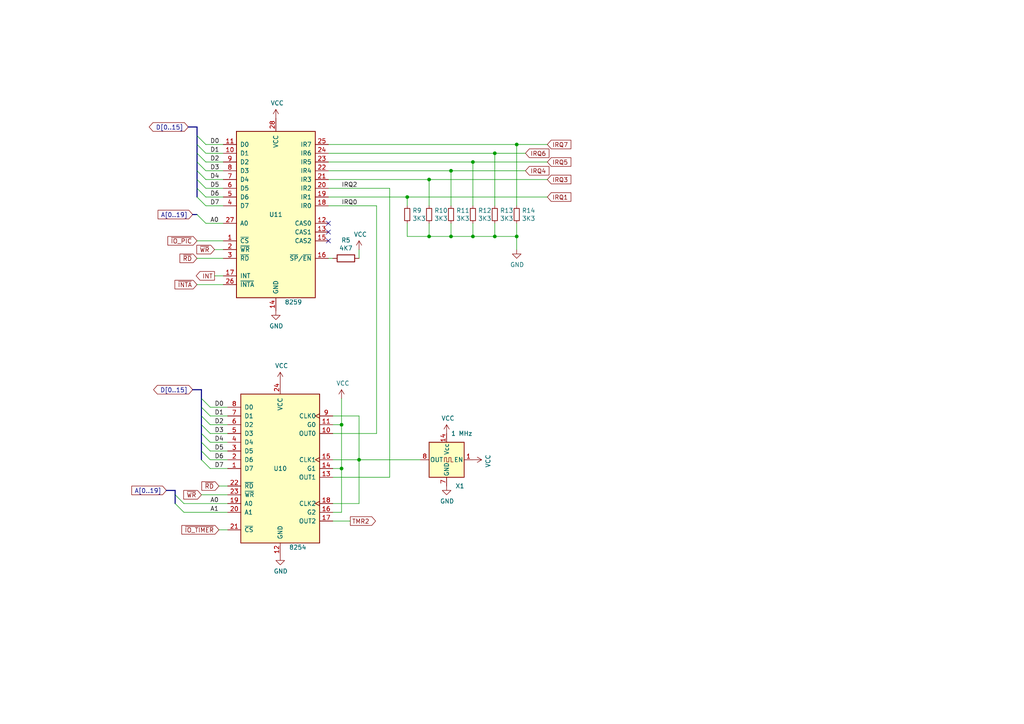
<source format=kicad_sch>
(kicad_sch (version 20230121) (generator eeschema)
  (paper "A4")
  (title_block (title "Mini8086 main system board") (rev "1.1"))
  (lib_symbols
    (symbol "Device:R" (pin_numbers hide) (pin_names (offset 0))
      (property "Reference" "R" (at 2.032 0 90))
      (property "Value" "R" (at 0 0 90))
      (symbol "R_0_1"
        (rectangle (start -1.016 -2.54) (end 1.016 2.54) (stroke (width 0.254)))
      )
      (symbol "R_1_1"
        (pin passive line (at 0 3.81 270) (length 1.27) (name "~") (number "1"))
        (pin passive line (at 0 -3.81 90) (length 1.27) (name "~") (number "2"))
      )
    )
    (symbol "Device:R_Small" (pin_numbers hide) (pin_names (offset 0.254) hide)
      (property "Reference" "R" (at 0.762 0.508 0))
      (property "Value" "R_Small" (at 0.762 -1.016 0))
      (symbol "R_Small_0_1"
        (rectangle (start -0.762 1.778) (end 0.762 -1.778) (stroke (width 0.2032)))
      )
      (symbol "R_Small_1_1"
        (pin passive line (at 0 2.54 270) (length 0.762) (name "~") (number "1"))
        (pin passive line (at 0 -2.54 90) (length 0.762) (name "~") (number "2"))
      )
    )
    (symbol "Interface:8259" (pin_names (offset 1.016))
      (property "Reference" "U" (at -10.16 25.4 0))
      (property "Value" "8259" (at 8.89 25.4 0))
      (symbol "8259_0_1"
        (rectangle (start -11.43 24.13) (end 11.43 -24.13) (stroke (width 0.254)) (fill (type background)))
      )
      (symbol "8259_1_1"
        (pin input line (at -15.24 -7.62 0) (length 3.81) (name "~{CS}") (number "1"))
        (pin bidirectional line (at -15.24 17.78 0) (length 3.81) (name "D1") (number "10"))
        (pin bidirectional line (at -15.24 20.32 0) (length 3.81) (name "D0") (number "11"))
        (pin input line (at 15.24 -2.54 180) (length 3.81) (name "CAS0") (number "12"))
        (pin output line (at 15.24 -5.08 180) (length 3.81) (name "CAS1") (number "13"))
        (pin power_in line (at 0 -27.94 90) (length 3.81) (name "GND") (number "14"))
        (pin output line (at 15.24 -7.62 180) (length 3.81) (name "CAS2") (number "15"))
        (pin bidirectional line (at 15.24 -12.7 180) (length 3.81) (name "~{SP}/~{EN}") (number "16"))
        (pin output line (at -15.24 -17.78 0) (length 3.81) (name "INT") (number "17"))
        (pin input line (at 15.24 2.54 180) (length 3.81) (name "IR0") (number "18"))
        (pin input line (at 15.24 5.08 180) (length 3.81) (name "IR1") (number "19"))
        (pin input line (at -15.24 -10.16 0) (length 3.81) (name "~{WR}") (number "2"))
        (pin input line (at 15.24 7.62 180) (length 3.81) (name "IR2") (number "20"))
        (pin input line (at 15.24 10.16 180) (length 3.81) (name "IR3") (number "21"))
        (pin input line (at 15.24 12.7 180) (length 3.81) (name "IR4") (number "22"))
        (pin input line (at 15.24 15.24 180) (length 3.81) (name "IR5") (number "23"))
        (pin input line (at 15.24 17.78 180) (length 3.81) (name "IR6") (number "24"))
        (pin input line (at 15.24 20.32 180) (length 3.81) (name "IR7") (number "25"))
        (pin input line (at -15.24 -20.32 0) (length 3.81) (name "~{INTA}") (number "26"))
        (pin input line (at -15.24 -2.54 0) (length 3.81) (name "A0") (number "27"))
        (pin power_in line (at 0 27.94 270) (length 3.81) (name "VCC") (number "28"))
        (pin input line (at -15.24 -12.7 0) (length 3.81) (name "~{RD}") (number "3"))
        (pin bidirectional line (at -15.24 2.54 0) (length 3.81) (name "D7") (number "4"))
        (pin bidirectional line (at -15.24 5.08 0) (length 3.81) (name "D6") (number "5"))
        (pin bidirectional line (at -15.24 7.62 0) (length 3.81) (name "D5") (number "6"))
        (pin bidirectional line (at -15.24 10.16 0) (length 3.81) (name "D4") (number "7"))
        (pin bidirectional line (at -15.24 12.7 0) (length 3.81) (name "D3") (number "8"))
        (pin bidirectional line (at -15.24 15.24 0) (length 3.81) (name "D2") (number "9"))
      )
    )
    (symbol "Oscillator:CXO_DIP14" (pin_names (offset 0.254))
      (property "Reference" "X" (at -5.08 6.35 0))
      (property "Value" "CXO_DIP14" (at 1.27 -6.35 0))
      (symbol "CXO_DIP14_0_1"
        (rectangle (start -5.08 5.08) (end 5.08 -5.08) (stroke (width 0.254)) (fill (type background)))
        (polyline (pts (xy -1.905 -0.635) (xy -1.27 -0.635) (xy -1.27 0.635) (xy -0.635 0.635) (xy -0.635 -0.635) (xy 0 -0.635) (xy 0 0.635) (xy 0.635 0.635) (xy 0.635 -0.635)))
      )
      (symbol "CXO_DIP14_1_1"
        (pin input line (at -7.62 0 0) (length 2.54) (name "EN") (number "1"))
        (pin power_in line (at 0 7.62 270) (length 2.54) (name "Vcc") (number "14"))
        (pin power_in line (at 0 -7.62 90) (length 2.54) (name "GND") (number "7"))
        (pin output line (at 7.62 0 180) (length 2.54) (name "OUT") (number "8"))
      )
    )
    (symbol "main-rescue:8254-Timer" (pin_names (offset 1.016))
      (property "Reference" "U" (at -11.43 22.86 0))
      (property "Value" "Timer_8254" (at 2.54 22.86 0))
      (symbol "8254-Timer_0_1"
        (rectangle (start -11.43 -21.59) (end 11.43 21.59) (stroke (width 0.254)) (fill (type background)))
      )
      (symbol "8254-Timer_1_1"
        (pin bidirectional line (at -15.24 0 0) (length 3.81) (name "D7") (number "1"))
        (pin output line (at 15.24 10.16 180) (length 3.81) (name "OUT0") (number "10"))
        (pin input line (at 15.24 12.7 180) (length 3.81) (name "G0") (number "11"))
        (pin power_in line (at 0 -25.4 90) (length 3.81) (name "GND") (number "12"))
        (pin output line (at 15.24 -2.54 180) (length 3.81) (name "OUT1") (number "13"))
        (pin input line (at 15.24 0 180) (length 3.81) (name "G1") (number "14"))
        (pin input clock (at 15.24 2.54 180) (length 3.81) (name "CLK1") (number "15"))
        (pin input line (at 15.24 -12.7 180) (length 3.81) (name "G2") (number "16"))
        (pin output line (at 15.24 -15.24 180) (length 3.81) (name "OUT2") (number "17"))
        (pin input clock (at 15.24 -10.16 180) (length 3.81) (name "CLK2") (number "18"))
        (pin input line (at -15.24 -10.16 0) (length 3.81) (name "A0") (number "19"))
        (pin bidirectional line (at -15.24 2.54 0) (length 3.81) (name "D6") (number "2"))
        (pin input line (at -15.24 -12.7 0) (length 3.81) (name "A1") (number "20"))
        (pin input line (at -15.24 -17.78 0) (length 3.81) (name "~{CS}") (number "21"))
        (pin input line (at -15.24 -5.08 0) (length 3.81) (name "~{RD}") (number "22"))
        (pin input line (at -15.24 -7.62 0) (length 3.81) (name "~{WR}") (number "23"))
        (pin power_in line (at 0 25.4 270) (length 3.81) (name "VCC") (number "24"))
        (pin bidirectional line (at -15.24 5.08 0) (length 3.81) (name "D5") (number "3"))
        (pin bidirectional line (at -15.24 7.62 0) (length 3.81) (name "D4") (number "4"))
        (pin bidirectional line (at -15.24 10.16 0) (length 3.81) (name "D3") (number "5"))
        (pin bidirectional line (at -15.24 12.7 0) (length 3.81) (name "D2") (number "6"))
        (pin bidirectional line (at -15.24 15.24 0) (length 3.81) (name "D1") (number "7"))
        (pin bidirectional line (at -15.24 17.78 0) (length 3.81) (name "D0") (number "8"))
        (pin input clock (at 15.24 15.24 180) (length 3.81) (name "CLK0") (number "9"))
      )
    )
    (symbol "power:GND" (power) (pin_names (offset 0))
      (property "Value" "GND" (at 0 -3.81 0))
      (symbol "GND_0_1"
        (polyline (pts (xy 0 0) (xy 0 -1.27) (xy 1.27 -1.27) (xy 0 -2.54) (xy -1.27 -1.27) (xy 0 -1.27)))
      )
      (symbol "GND_1_1"
        (pin power_in line (at 0 0 270) (length 0) hide (name "GND") (number "1"))
      )
    )
    (symbol "power:VCC" (power) (pin_names (offset 0))
      (property "Value" "VCC" (at 0 3.81 0))
      (symbol "VCC_0_1"
        (polyline (pts (xy -0.762 1.27) (xy 0 2.54)))
        (polyline (pts (xy 0 0) (xy 0 2.54)))
        (polyline (pts (xy 0 2.54) (xy 0.762 1.27)))
      )
      (symbol "VCC_1_1"
        (pin power_in line (at 0 0 90) (length 0) hide (name "VCC") (number "1"))
      )
    )
  )
  (junction (at 143.51 68.58))
  (junction (at 99.06 135.89))
  (junction (at 130.81 68.58))
  (junction (at 149.86 41.91))
  (junction (at 118.11 57.15))
  (junction (at 137.16 46.99))
  (junction (at 149.86 68.58))
  (junction (at 130.81 49.53))
  (junction (at 143.51 44.45))
  (junction (at 124.46 68.58))
  (junction (at 99.06 123.19))
  (junction (at 124.46 52.07))
  (junction (at 104.14 133.35))
  (junction (at 137.16 68.58))
  (no_connect (at 95.25 67.31))
  (no_connect (at 95.25 69.85))
  (no_connect (at 95.25 64.77))
  (bus_entry (at 53.34 148.59) (size -2.54 -2.54))
  (bus_entry (at 60.96 130.81) (size -2.54 -2.54))
  (bus_entry (at 60.96 120.65) (size -2.54 -2.54))
  (bus_entry (at 59.69 46.99) (size -2.54 -2.54))
  (bus_entry (at 53.34 146.05) (size -2.54 -2.54))
  (bus_entry (at 59.69 41.91) (size -2.54 -2.54))
  (bus_entry (at 59.69 52.07) (size -2.54 -2.54))
  (bus_entry (at 59.69 44.45) (size -2.54 -2.54))
  (bus_entry (at 59.69 59.69) (size -2.54 -2.54))
  (bus_entry (at 60.96 133.35) (size -2.54 -2.54))
  (bus_entry (at 60.96 128.27) (size -2.54 -2.54))
  (bus_entry (at 60.96 125.73) (size -2.54 -2.54))
  (bus_entry (at 59.69 57.15) (size -2.54 -2.54))
  (bus_entry (at 59.69 54.61) (size -2.54 -2.54))
  (bus_entry (at 60.96 123.19) (size -2.54 -2.54))
  (bus_entry (at 59.69 49.53) (size -2.54 -2.54))
  (bus_entry (at 60.96 135.89) (size -2.54 -2.54))
  (bus_entry (at 60.96 118.11) (size -2.54 -2.54))
  (bus_entry (at 59.69 64.77) (size -2.54 -2.54))
  (wire (pts (xy 137.16 59.69) (xy 137.16 46.99)))
  (wire (pts (xy 59.69 57.15) (xy 64.77 57.15)))
  (wire (pts (xy 104.14 133.35) (xy 104.14 146.05)))
  (wire (pts (xy 158.75 52.07) (xy 124.46 52.07)))
  (wire (pts (xy 96.52 123.19) (xy 99.06 123.19)))
  (bus (pts (xy 58.42 120.65) (xy 58.42 123.19)))
  (bus (pts (xy 58.42 118.11) (xy 58.42 120.65)))
  (wire (pts (xy 60.96 135.89) (xy 66.04 135.89)))
  (bus (pts (xy 58.42 130.81) (xy 58.42 133.35)))
  (bus (pts (xy 57.15 36.83) (xy 57.15 39.37)))
  (bus (pts (xy 57.15 39.37) (xy 57.15 41.91)))
  (bus (pts (xy 50.8 142.24) (xy 50.8 143.51)))
  (bus (pts (xy 50.8 142.24) (xy 48.26 142.24)))
  (wire (pts (xy 130.81 59.69) (xy 130.81 49.53)))
  (wire (pts (xy 113.03 54.61) (xy 113.03 138.43)))
  (wire (pts (xy 58.42 143.51) (xy 66.04 143.51)))
  (wire (pts (xy 63.5 140.97) (xy 66.04 140.97)))
  (wire (pts (xy 60.96 120.65) (xy 66.04 120.65)))
  (wire (pts (xy 118.11 59.69) (xy 118.11 57.15)))
  (wire (pts (xy 143.51 59.69) (xy 143.51 44.45)))
  (wire (pts (xy 60.96 125.73) (xy 66.04 125.73)))
  (wire (pts (xy 113.03 138.43) (xy 96.52 138.43)))
  (wire (pts (xy 121.92 133.35) (xy 104.14 133.35)))
  (wire (pts (xy 143.51 44.45) (xy 95.25 44.45)))
  (wire (pts (xy 53.34 148.59) (xy 66.04 148.59)))
  (bus (pts (xy 57.15 62.23) (xy 55.88 62.23)))
  (wire (pts (xy 96.52 151.13) (xy 101.6 151.13)))
  (wire (pts (xy 64.77 64.77) (xy 59.69 64.77)))
  (wire (pts (xy 130.81 68.58) (xy 137.16 68.58)))
  (wire (pts (xy 149.86 72.39) (xy 149.86 68.58)))
  (bus (pts (xy 57.15 54.61) (xy 57.15 57.15)))
  (wire (pts (xy 137.16 46.99) (xy 95.25 46.99)))
  (wire (pts (xy 149.86 59.69) (xy 149.86 41.91)))
  (wire (pts (xy 99.06 135.89) (xy 99.06 123.19)))
  (wire (pts (xy 104.14 74.93) (xy 104.14 72.39)))
  (wire (pts (xy 96.52 148.59) (xy 99.06 148.59)))
  (wire (pts (xy 96.52 135.89) (xy 99.06 135.89)))
  (wire (pts (xy 57.15 82.55) (xy 64.77 82.55)))
  (wire (pts (xy 124.46 59.69) (xy 124.46 52.07)))
  (bus (pts (xy 58.42 125.73) (xy 58.42 128.27)))
  (bus (pts (xy 57.15 41.91) (xy 57.15 44.45)))
  (bus (pts (xy 58.42 123.19) (xy 58.42 125.73)))
  (wire (pts (xy 149.86 41.91) (xy 95.25 41.91)))
  (wire (pts (xy 59.69 52.07) (xy 64.77 52.07)))
  (wire (pts (xy 149.86 68.58) (xy 149.86 64.77)))
  (wire (pts (xy 158.75 46.99) (xy 137.16 46.99)))
  (wire (pts (xy 59.69 44.45) (xy 64.77 44.45)))
  (wire (pts (xy 143.51 68.58) (xy 143.51 64.77)))
  (wire (pts (xy 158.75 41.91) (xy 149.86 41.91)))
  (wire (pts (xy 53.34 146.05) (xy 66.04 146.05)))
  (wire (pts (xy 104.14 146.05) (xy 96.52 146.05)))
  (wire (pts (xy 130.81 49.53) (xy 152.4 49.53)))
  (wire (pts (xy 96.52 125.73) (xy 109.22 125.73)))
  (wire (pts (xy 96.52 120.65) (xy 104.14 120.65)))
  (wire (pts (xy 59.69 49.53) (xy 64.77 49.53)))
  (bus (pts (xy 57.15 46.99) (xy 57.15 49.53)))
  (wire (pts (xy 60.96 118.11) (xy 66.04 118.11)))
  (wire (pts (xy 99.06 123.19) (xy 99.06 115.57)))
  (wire (pts (xy 57.15 69.85) (xy 64.77 69.85)))
  (bus (pts (xy 57.15 44.45) (xy 57.15 46.99)))
  (wire (pts (xy 59.69 59.69) (xy 64.77 59.69)))
  (wire (pts (xy 60.96 133.35) (xy 66.04 133.35)))
  (bus (pts (xy 58.42 113.03) (xy 58.42 115.57)))
  (wire (pts (xy 137.16 68.58) (xy 137.16 64.77)))
  (wire (pts (xy 118.11 57.15) (xy 158.75 57.15)))
  (wire (pts (xy 63.5 153.67) (xy 66.04 153.67)))
  (wire (pts (xy 59.69 41.91) (xy 64.77 41.91)))
  (wire (pts (xy 137.16 68.58) (xy 143.51 68.58)))
  (wire (pts (xy 99.06 148.59) (xy 99.06 135.89)))
  (wire (pts (xy 57.15 74.93) (xy 64.77 74.93)))
  (wire (pts (xy 95.25 59.69) (xy 109.22 59.69)))
  (bus (pts (xy 50.8 143.51) (xy 50.8 146.05)))
  (wire (pts (xy 143.51 68.58) (xy 149.86 68.58)))
  (wire (pts (xy 124.46 52.07) (xy 95.25 52.07)))
  (bus (pts (xy 58.42 128.27) (xy 58.42 130.81)))
  (wire (pts (xy 60.96 128.27) (xy 66.04 128.27)))
  (wire (pts (xy 60.96 130.81) (xy 66.04 130.81)))
  (wire (pts (xy 62.23 72.39) (xy 64.77 72.39)))
  (wire (pts (xy 124.46 68.58) (xy 124.46 64.77)))
  (bus (pts (xy 57.15 36.83) (xy 54.61 36.83)))
  (wire (pts (xy 118.11 68.58) (xy 124.46 68.58)))
  (wire (pts (xy 152.4 44.45) (xy 143.51 44.45)))
  (wire (pts (xy 95.25 57.15) (xy 118.11 57.15)))
  (wire (pts (xy 104.14 120.65) (xy 104.14 133.35)))
  (wire (pts (xy 96.52 133.35) (xy 104.14 133.35)))
  (wire (pts (xy 118.11 64.77) (xy 118.11 68.58)))
  (bus (pts (xy 58.42 113.03) (xy 55.88 113.03)))
  (wire (pts (xy 59.69 54.61) (xy 64.77 54.61)))
  (wire (pts (xy 95.25 54.61) (xy 113.03 54.61)))
  (wire (pts (xy 124.46 68.58) (xy 130.81 68.58)))
  (bus (pts (xy 57.15 52.07) (xy 57.15 54.61)))
  (wire (pts (xy 130.81 68.58) (xy 130.81 64.77)))
  (bus (pts (xy 57.15 49.53) (xy 57.15 52.07)))
  (bus (pts (xy 58.42 115.57) (xy 58.42 118.11)))
  (wire (pts (xy 60.96 123.19) (xy 66.04 123.19)))
  (wire (pts (xy 109.22 59.69) (xy 109.22 125.73)))
  (wire (pts (xy 62.23 80.01) (xy 64.77 80.01)))
  (wire (pts (xy 95.25 49.53) (xy 130.81 49.53)))
  (wire (pts (xy 96.52 74.93) (xy 95.25 74.93)))
  (wire (pts (xy 59.69 46.99) (xy 64.77 46.99)))
  (label "D6" (at 62.23 133.35 0))
  (label "D3" (at 62.23 125.73 0))
  (label "D1" (at 62.23 120.65 0))
  (label "IRQ2" (at 99.06 54.61 0))
  (label "D5" (at 60.96 54.61 0))
  (label "D4" (at 60.96 52.07 0))
  (label "A0" (at 60.96 64.77 0))
  (label "D6" (at 60.96 57.15 0))
  (label "D2" (at 62.23 123.19 0))
  (label "D0" (at 62.23 118.11 0))
  (label "A1" (at 60.96 148.59 0))
  (label "D1" (at 60.96 44.45 0))
  (label "D0" (at 60.96 41.91 0))
  (label "D2" (at 60.96 46.99 0))
  (label "D7" (at 60.96 59.69 0))
  (label "A0" (at 60.96 146.05 0))
  (label "D5" (at 62.23 130.81 0))
  (label "IRQ0" (at 99.06 59.69 0))
  (label "D3" (at 60.96 49.53 0))
  (label "D4" (at 62.23 128.27 0))
  (label "D7" (at 62.23 135.89 0))
  (global_label "IRQ4" (shape input) (at 152.4 49.53 0) (property "Intersheetrefs" "${INTERSHEET_REFS}" (effects hide)))
  (global_label "~{INTA}" (shape input) (at 57.15 82.55 180) (property "Intersheetrefs" "${INTERSHEET_REFS}" (effects hide)))
  (global_label "~{IO_TIMER}" (shape input) (at 63.5 153.67 180) (property "Intersheetrefs" "${INTERSHEET_REFS}" (effects hide)))
  (global_label "IRQ7" (shape input) (at 158.75 41.91 0) (property "Intersheetrefs" "${INTERSHEET_REFS}" (effects hide)))
  (global_label "D[0..15]" (shape bidirectional) (at 54.61 36.83 180) (property "Intersheetrefs" "${INTERSHEET_REFS}" (effects hide)))
  (global_label "A[0..19]" (shape input) (at 48.26 142.24 180) (property "Intersheetrefs" "${INTERSHEET_REFS}" (effects hide)))
  (global_label "IRQ5" (shape input) (at 158.75 46.99 0) (property "Intersheetrefs" "${INTERSHEET_REFS}" (effects hide)))
  (global_label "~{IO_PIC}" (shape input) (at 57.15 69.85 180) (property "Intersheetrefs" "${INTERSHEET_REFS}" (effects hide)))
  (global_label "INT" (shape output) (at 62.23 80.01 180) (property "Intersheetrefs" "${INTERSHEET_REFS}" (effects hide)))
  (global_label "~{WR}" (shape input) (at 58.42 143.51 180) (property "Intersheetrefs" "${INTERSHEET_REFS}" (effects hide)))
  (global_label "IRQ3" (shape input) (at 158.75 52.07 0) (property "Intersheetrefs" "${INTERSHEET_REFS}" (effects hide)))
  (global_label "IRQ1" (shape input) (at 158.75 57.15 0) (property "Intersheetrefs" "${INTERSHEET_REFS}" (effects hide)))
  (global_label "~{RD}" (shape input) (at 63.5 140.97 180) (property "Intersheetrefs" "${INTERSHEET_REFS}" (effects hide)))
  (global_label "A[0..19]" (shape input) (at 55.88 62.23 180) (property "Intersheetrefs" "${INTERSHEET_REFS}" (effects hide)))
  (global_label "IRQ6" (shape input) (at 152.4 44.45 0) (property "Intersheetrefs" "${INTERSHEET_REFS}" (effects hide)))
  (global_label "~{RD}" (shape input) (at 57.15 74.93 180) (property "Intersheetrefs" "${INTERSHEET_REFS}" (effects hide)))
  (global_label "TMR2" (shape output) (at 101.6 151.13 0) (property "Intersheetrefs" "${INTERSHEET_REFS}" (effects hide)))
  (global_label "~{WR}" (shape input) (at 62.23 72.39 180) (property "Intersheetrefs" "${INTERSHEET_REFS}" (effects hide)))
  (global_label "D[0..15]" (shape bidirectional) (at 55.88 113.03 180) (property "Intersheetrefs" "${INTERSHEET_REFS}" (effects hide)))
  (symbol (lib_id "Device:R") (at 100.33 74.93 270) (unit 1)
    (property "Reference" "R5" (at 100.33 69.6722 90))
    (property "Value" "4K7" (at 100.33 71.9836 90))
    (property "Footprint" "Resistor_THT:R_Axial_DIN0207_L6.3mm_D2.5mm_P7.62mm_Horizontal" (effects hide))
  )
  (symbol (lib_id "power:VCC") (at 137.16 133.35 270) (unit 1)
    (property "Reference" "#PWR0101" (effects hide))
    (property "Value" "VCC" (at 141.5542 133.731 0))
  )
  (symbol (lib_id "Interface:8259") (at 80.01 62.23 0) (unit 1)
    (property "Reference" "U11" (at 80.01 62.23 0))
    (property "Value" "8259" (at 85.09 87.63 0))
    (property "Footprint" "Package_DIP:DIP-28_W15.24mm_Socket_LongPads" (effects hide))
    (property "Datasheet" "http://pdos.csail.mit.edu/6.828/2005/readings/hardware/8259A.pdf" (effects hide))
  )
  (symbol (lib_id "main-rescue:8254-Timer") (at 81.28 135.89 0) (unit 1)
    (property "Reference" "U10" (at 81.28 135.89 0))
    (property "Value" "8254" (at 86.36 158.75 0))
    (property "Footprint" "Package_DIP:DIP-24_W15.24mm_Socket_LongPads" (effects hide))
    (property "Datasheet" "http://www.scs.stanford.edu/10wi-cs140/pintos/specs/8254.pdf" (effects hide))
  )
  (symbol (lib_id "Oscillator:CXO_DIP14") (at 129.54 133.35 0) (mirror y) (unit 1)
    (property "Reference" "X1" (at 132.08 140.97 0) (effects (justify right)))
    (property "Value" "1 MHz" (at 130.81 125.73 0) (effects (justify right)))
    (property "Footprint" "Oscillator:Oscillator_DIP-14" (effects hide))
    (property "Datasheet" "http://cdn-reichelt.de/documents/datenblatt/B400/OSZI.pdf" (effects hide))
  )
  (symbol (lib_id "power:GND") (at 81.28 161.29 0) (unit 1)
    (property "Reference" "#PWR032" (effects hide))
    (property "Value" "GND" (at 81.407 165.6842 0))
  )
  (symbol (lib_id "power:GND") (at 129.54 140.97 0) (unit 1)
    (property "Reference" "#PWR035" (effects hide))
    (property "Value" "GND" (at 129.667 145.3642 0))
  )
  (symbol (lib_id "power:GND") (at 80.01 90.17 0) (unit 1)
    (property "Reference" "#PWR037" (effects hide))
    (property "Value" "GND" (at 80.137 94.5642 0))
  )
  (symbol (lib_id "power:VCC") (at 129.54 125.73 0) (unit 1)
    (property "Reference" "#PWR034" (effects hide))
    (property "Value" "VCC" (at 129.921 121.3358 0))
  )
  (symbol (lib_id "power:VCC") (at 81.28 110.49 0) (unit 1)
    (property "Reference" "#PWR031" (effects hide))
    (property "Value" "VCC" (at 81.661 106.0958 0))
  )
  (symbol (lib_id "power:VCC") (at 80.01 34.29 0) (unit 1)
    (property "Reference" "#PWR036" (effects hide))
    (property "Value" "VCC" (at 80.391 29.8958 0))
  )
  (symbol (lib_id "power:VCC") (at 104.14 72.39 0) (unit 1)
    (property "Reference" "#PWR039" (effects hide))
    (property "Value" "VCC" (at 104.521 67.9958 0))
  )
  (symbol (lib_id "power:VCC") (at 99.06 115.57 0) (unit 1)
    (property "Reference" "#PWR033" (effects hide))
    (property "Value" "VCC" (at 99.441 111.1758 0))
  )
  (symbol (lib_id "Device:R_Small") (at 118.11 62.23 0) (unit 1)
    (property "Reference" "R9" (at 119.6086 61.0616 0) (effects (justify left)))
    (property "Value" "3K3" (at 119.6086 63.373 0) (effects (justify left)))
    (property "Footprint" "Resistor_THT:R_Axial_DIN0207_L6.3mm_D2.5mm_P2.54mm_Vertical" (effects hide))
  )
  (symbol (lib_id "Device:R_Small") (at 124.46 62.23 0) (unit 1)
    (property "Reference" "R10" (at 125.9586 61.0616 0) (effects (justify left)))
    (property "Value" "3K3" (at 125.9586 63.373 0) (effects (justify left)))
    (property "Footprint" "Resistor_THT:R_Axial_DIN0207_L6.3mm_D2.5mm_P2.54mm_Vertical" (effects hide))
  )
  (symbol (lib_id "Device:R_Small") (at 130.81 62.23 0) (unit 1)
    (property "Reference" "R11" (at 132.3086 61.0616 0) (effects (justify left)))
    (property "Value" "3K3" (at 132.3086 63.373 0) (effects (justify left)))
    (property "Footprint" "Resistor_THT:R_Axial_DIN0207_L6.3mm_D2.5mm_P2.54mm_Vertical" (effects hide))
  )
  (symbol (lib_id "Device:R_Small") (at 137.16 62.23 0) (unit 1)
    (property "Reference" "R12" (at 138.6586 61.0616 0) (effects (justify left)))
    (property "Value" "3K3" (at 138.6586 63.373 0) (effects (justify left)))
    (property "Footprint" "Resistor_THT:R_Axial_DIN0207_L6.3mm_D2.5mm_P2.54mm_Vertical" (effects hide))
  )
  (symbol (lib_id "Device:R_Small") (at 143.51 62.23 0) (unit 1)
    (property "Reference" "R13" (at 145.0086 61.0616 0) (effects (justify left)))
    (property "Value" "3K3" (at 145.0086 63.373 0) (effects (justify left)))
    (property "Footprint" "Resistor_THT:R_Axial_DIN0207_L6.3mm_D2.5mm_P2.54mm_Vertical" (effects hide))
  )
  (symbol (lib_id "Device:R_Small") (at 149.86 62.23 0) (unit 1)
    (property "Reference" "R14" (at 151.3586 61.0616 0) (effects (justify left)))
    (property "Value" "3K3" (at 151.3586 63.373 0) (effects (justify left)))
    (property "Footprint" "Resistor_THT:R_Axial_DIN0207_L6.3mm_D2.5mm_P2.54mm_Vertical" (effects hide))
  )
  (symbol (lib_id "power:GND") (at 149.86 72.39 0) (unit 1)
    (property "Reference" "#PWR057" (effects hide))
    (property "Value" "GND" (at 149.987 76.7842 0))
  )
)
</source>
